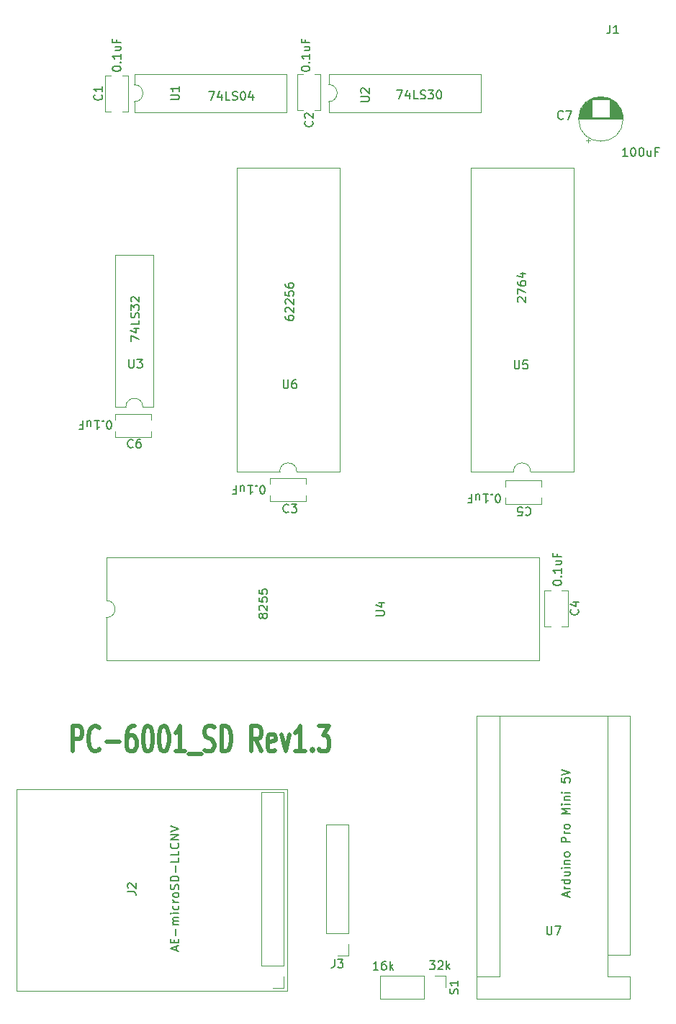
<source format=gto>
G04 #@! TF.GenerationSoftware,KiCad,Pcbnew,(5.1.9)-1*
G04 #@! TF.CreationDate,2022-10-29T21:13:42+09:00*
G04 #@! TF.ProjectId,PC-6001_SD,50432d36-3030-4315-9f53-442e6b696361,rev?*
G04 #@! TF.SameCoordinates,PX53920b0PYad82f20*
G04 #@! TF.FileFunction,Legend,Top*
G04 #@! TF.FilePolarity,Positive*
%FSLAX46Y46*%
G04 Gerber Fmt 4.6, Leading zero omitted, Abs format (unit mm)*
G04 Created by KiCad (PCBNEW (5.1.9)-1) date 2022-10-29 21:13:42*
%MOMM*%
%LPD*%
G01*
G04 APERTURE LIST*
%ADD10C,0.150000*%
%ADD11C,0.500000*%
%ADD12C,0.120000*%
G04 APERTURE END LIST*
D10*
X29328857Y59904381D02*
X29233619Y59904381D01*
X29138380Y59952000D01*
X29090761Y59999620D01*
X29043142Y60094858D01*
X28995523Y60285334D01*
X28995523Y60523429D01*
X29043142Y60713905D01*
X29090761Y60809143D01*
X29138380Y60856762D01*
X29233619Y60904381D01*
X29328857Y60904381D01*
X29424095Y60856762D01*
X29471714Y60809143D01*
X29519333Y60713905D01*
X29566952Y60523429D01*
X29566952Y60285334D01*
X29519333Y60094858D01*
X29471714Y59999620D01*
X29424095Y59952000D01*
X29328857Y59904381D01*
X28566952Y60809143D02*
X28519333Y60856762D01*
X28566952Y60904381D01*
X28614571Y60856762D01*
X28566952Y60809143D01*
X28566952Y60904381D01*
X27566952Y60904381D02*
X28138380Y60904381D01*
X27852666Y60904381D02*
X27852666Y59904381D01*
X27947904Y60047239D01*
X28043142Y60142477D01*
X28138380Y60190096D01*
X26709809Y60237715D02*
X26709809Y60904381D01*
X27138380Y60237715D02*
X27138380Y60761524D01*
X27090761Y60856762D01*
X26995523Y60904381D01*
X26852666Y60904381D01*
X26757428Y60856762D01*
X26709809Y60809143D01*
X25900285Y60380572D02*
X26233619Y60380572D01*
X26233619Y60904381D02*
X26233619Y59904381D01*
X25757428Y59904381D01*
X31964380Y80816715D02*
X31964380Y80626239D01*
X32012000Y80531000D01*
X32059619Y80483381D01*
X32202476Y80388143D01*
X32392952Y80340524D01*
X32773904Y80340524D01*
X32869142Y80388143D01*
X32916761Y80435762D01*
X32964380Y80531000D01*
X32964380Y80721477D01*
X32916761Y80816715D01*
X32869142Y80864334D01*
X32773904Y80911953D01*
X32535809Y80911953D01*
X32440571Y80864334D01*
X32392952Y80816715D01*
X32345333Y80721477D01*
X32345333Y80531000D01*
X32392952Y80435762D01*
X32440571Y80388143D01*
X32535809Y80340524D01*
X32059619Y81292905D02*
X32012000Y81340524D01*
X31964380Y81435762D01*
X31964380Y81673858D01*
X32012000Y81769096D01*
X32059619Y81816715D01*
X32154857Y81864334D01*
X32250095Y81864334D01*
X32392952Y81816715D01*
X32964380Y81245286D01*
X32964380Y81864334D01*
X32059619Y82245286D02*
X32012000Y82292905D01*
X31964380Y82388143D01*
X31964380Y82626239D01*
X32012000Y82721477D01*
X32059619Y82769096D01*
X32154857Y82816715D01*
X32250095Y82816715D01*
X32392952Y82769096D01*
X32964380Y82197667D01*
X32964380Y82816715D01*
X31964380Y83721477D02*
X31964380Y83245286D01*
X32440571Y83197667D01*
X32392952Y83245286D01*
X32345333Y83340524D01*
X32345333Y83578620D01*
X32392952Y83673858D01*
X32440571Y83721477D01*
X32535809Y83769096D01*
X32773904Y83769096D01*
X32869142Y83721477D01*
X32916761Y83673858D01*
X32964380Y83578620D01*
X32964380Y83340524D01*
X32916761Y83245286D01*
X32869142Y83197667D01*
X31964380Y84626239D02*
X31964380Y84435762D01*
X32012000Y84340524D01*
X32059619Y84292905D01*
X32202476Y84197667D01*
X32392952Y84150048D01*
X32773904Y84150048D01*
X32869142Y84197667D01*
X32916761Y84245286D01*
X32964380Y84340524D01*
X32964380Y84531000D01*
X32916761Y84626239D01*
X32869142Y84673858D01*
X32773904Y84721477D01*
X32535809Y84721477D01*
X32440571Y84673858D01*
X32392952Y84626239D01*
X32345333Y84531000D01*
X32345333Y84340524D01*
X32392952Y84245286D01*
X32440571Y84197667D01*
X32535809Y84150048D01*
X13803380Y77856143D02*
X13803380Y78522810D01*
X14803380Y78094239D01*
X14136714Y79332334D02*
X14803380Y79332334D01*
X13755761Y79094239D02*
X14470047Y78856143D01*
X14470047Y79475191D01*
X14803380Y80332334D02*
X14803380Y79856143D01*
X13803380Y79856143D01*
X14755761Y80618048D02*
X14803380Y80760905D01*
X14803380Y80999000D01*
X14755761Y81094239D01*
X14708142Y81141858D01*
X14612904Y81189477D01*
X14517666Y81189477D01*
X14422428Y81141858D01*
X14374809Y81094239D01*
X14327190Y80999000D01*
X14279571Y80808524D01*
X14231952Y80713286D01*
X14184333Y80665667D01*
X14089095Y80618048D01*
X13993857Y80618048D01*
X13898619Y80665667D01*
X13851000Y80713286D01*
X13803380Y80808524D01*
X13803380Y81046620D01*
X13851000Y81189477D01*
X13803380Y81522810D02*
X13803380Y82141858D01*
X14184333Y81808524D01*
X14184333Y81951381D01*
X14231952Y82046620D01*
X14279571Y82094239D01*
X14374809Y82141858D01*
X14612904Y82141858D01*
X14708142Y82094239D01*
X14755761Y82046620D01*
X14803380Y81951381D01*
X14803380Y81665667D01*
X14755761Y81570429D01*
X14708142Y81522810D01*
X13898619Y82522810D02*
X13851000Y82570429D01*
X13803380Y82665667D01*
X13803380Y82903762D01*
X13851000Y82999000D01*
X13898619Y83046620D01*
X13993857Y83094239D01*
X14089095Y83094239D01*
X14231952Y83046620D01*
X14803380Y82475191D01*
X14803380Y83094239D01*
X11294857Y67524381D02*
X11199619Y67524381D01*
X11104380Y67572000D01*
X11056761Y67619620D01*
X11009142Y67714858D01*
X10961523Y67905334D01*
X10961523Y68143429D01*
X11009142Y68333905D01*
X11056761Y68429143D01*
X11104380Y68476762D01*
X11199619Y68524381D01*
X11294857Y68524381D01*
X11390095Y68476762D01*
X11437714Y68429143D01*
X11485333Y68333905D01*
X11532952Y68143429D01*
X11532952Y67905334D01*
X11485333Y67714858D01*
X11437714Y67619620D01*
X11390095Y67572000D01*
X11294857Y67524381D01*
X10532952Y68429143D02*
X10485333Y68476762D01*
X10532952Y68524381D01*
X10580571Y68476762D01*
X10532952Y68429143D01*
X10532952Y68524381D01*
X9532952Y68524381D02*
X10104380Y68524381D01*
X9818666Y68524381D02*
X9818666Y67524381D01*
X9913904Y67667239D01*
X10009142Y67762477D01*
X10104380Y67810096D01*
X8675809Y67857715D02*
X8675809Y68524381D01*
X9104380Y67857715D02*
X9104380Y68381524D01*
X9056761Y68476762D01*
X8961523Y68524381D01*
X8818666Y68524381D01*
X8723428Y68476762D01*
X8675809Y68429143D01*
X7866285Y68000572D02*
X8199619Y68000572D01*
X8199619Y68524381D02*
X8199619Y67524381D01*
X7723428Y67524381D01*
X11294857Y67524381D02*
X11199619Y67524381D01*
X11104380Y67572000D01*
X11056761Y67619620D01*
X11009142Y67714858D01*
X10961523Y67905334D01*
X10961523Y68143429D01*
X11009142Y68333905D01*
X11056761Y68429143D01*
X11104380Y68476762D01*
X11199619Y68524381D01*
X11294857Y68524381D01*
X11390095Y68476762D01*
X11437714Y68429143D01*
X11485333Y68333905D01*
X11532952Y68143429D01*
X11532952Y67905334D01*
X11485333Y67714858D01*
X11437714Y67619620D01*
X11390095Y67572000D01*
X11294857Y67524381D01*
X10532952Y68429143D02*
X10485333Y68476762D01*
X10532952Y68524381D01*
X10580571Y68476762D01*
X10532952Y68429143D01*
X10532952Y68524381D01*
X9532952Y68524381D02*
X10104380Y68524381D01*
X9818666Y68524381D02*
X9818666Y67524381D01*
X9913904Y67667239D01*
X10009142Y67762477D01*
X10104380Y67810096D01*
X8675809Y67857715D02*
X8675809Y68524381D01*
X9104380Y67857715D02*
X9104380Y68381524D01*
X9056761Y68476762D01*
X8961523Y68524381D01*
X8818666Y68524381D01*
X8723428Y68476762D01*
X8675809Y68429143D01*
X7866285Y68000572D02*
X8199619Y68000572D01*
X8199619Y68524381D02*
X8199619Y67524381D01*
X7723428Y67524381D01*
X42909761Y3947620D02*
X42338333Y3947620D01*
X42624047Y3947620D02*
X42624047Y4947620D01*
X42528809Y4804762D01*
X42433571Y4709524D01*
X42338333Y4661905D01*
X43766904Y4947620D02*
X43576428Y4947620D01*
X43481190Y4900000D01*
X43433571Y4852381D01*
X43338333Y4709524D01*
X43290714Y4519048D01*
X43290714Y4138096D01*
X43338333Y4042858D01*
X43385952Y3995239D01*
X43481190Y3947620D01*
X43671666Y3947620D01*
X43766904Y3995239D01*
X43814523Y4042858D01*
X43862142Y4138096D01*
X43862142Y4376191D01*
X43814523Y4471429D01*
X43766904Y4519048D01*
X43671666Y4566667D01*
X43481190Y4566667D01*
X43385952Y4519048D01*
X43338333Y4471429D01*
X43290714Y4376191D01*
X44290714Y3947620D02*
X44290714Y4947620D01*
X44385952Y4328572D02*
X44671666Y3947620D01*
X44671666Y4614286D02*
X44290714Y4233334D01*
X48950714Y4992620D02*
X49569761Y4992620D01*
X49236428Y4611667D01*
X49379285Y4611667D01*
X49474523Y4564048D01*
X49522142Y4516429D01*
X49569761Y4421191D01*
X49569761Y4183096D01*
X49522142Y4087858D01*
X49474523Y4040239D01*
X49379285Y3992620D01*
X49093571Y3992620D01*
X48998333Y4040239D01*
X48950714Y4087858D01*
X49950714Y4897381D02*
X49998333Y4945000D01*
X50093571Y4992620D01*
X50331666Y4992620D01*
X50426904Y4945000D01*
X50474523Y4897381D01*
X50522142Y4802143D01*
X50522142Y4706905D01*
X50474523Y4564048D01*
X49903095Y3992620D01*
X50522142Y3992620D01*
X50950714Y3992620D02*
X50950714Y4992620D01*
X51045952Y4373572D02*
X51331666Y3992620D01*
X51331666Y4659286D02*
X50950714Y4278334D01*
X22992142Y107227620D02*
X23658809Y107227620D01*
X23230238Y106227620D01*
X24468333Y106894286D02*
X24468333Y106227620D01*
X24230238Y107275239D02*
X23992142Y106560953D01*
X24611190Y106560953D01*
X25468333Y106227620D02*
X24992142Y106227620D01*
X24992142Y107227620D01*
X25754047Y106275239D02*
X25896904Y106227620D01*
X26135000Y106227620D01*
X26230238Y106275239D01*
X26277857Y106322858D01*
X26325476Y106418096D01*
X26325476Y106513334D01*
X26277857Y106608572D01*
X26230238Y106656191D01*
X26135000Y106703810D01*
X25944523Y106751429D01*
X25849285Y106799048D01*
X25801666Y106846667D01*
X25754047Y106941905D01*
X25754047Y107037143D01*
X25801666Y107132381D01*
X25849285Y107180000D01*
X25944523Y107227620D01*
X26182619Y107227620D01*
X26325476Y107180000D01*
X26944523Y107227620D02*
X27039761Y107227620D01*
X27135000Y107180000D01*
X27182619Y107132381D01*
X27230238Y107037143D01*
X27277857Y106846667D01*
X27277857Y106608572D01*
X27230238Y106418096D01*
X27182619Y106322858D01*
X27135000Y106275239D01*
X27039761Y106227620D01*
X26944523Y106227620D01*
X26849285Y106275239D01*
X26801666Y106322858D01*
X26754047Y106418096D01*
X26706428Y106608572D01*
X26706428Y106846667D01*
X26754047Y107037143D01*
X26801666Y107132381D01*
X26849285Y107180000D01*
X26944523Y107227620D01*
X28135000Y106894286D02*
X28135000Y106227620D01*
X27896904Y107275239D02*
X27658809Y106560953D01*
X28277857Y106560953D01*
X45109142Y107354620D02*
X45775809Y107354620D01*
X45347238Y106354620D01*
X46585333Y107021286D02*
X46585333Y106354620D01*
X46347238Y107402239D02*
X46109142Y106687953D01*
X46728190Y106687953D01*
X47585333Y106354620D02*
X47109142Y106354620D01*
X47109142Y107354620D01*
X47871047Y106402239D02*
X48013904Y106354620D01*
X48252000Y106354620D01*
X48347238Y106402239D01*
X48394857Y106449858D01*
X48442476Y106545096D01*
X48442476Y106640334D01*
X48394857Y106735572D01*
X48347238Y106783191D01*
X48252000Y106830810D01*
X48061523Y106878429D01*
X47966285Y106926048D01*
X47918666Y106973667D01*
X47871047Y107068905D01*
X47871047Y107164143D01*
X47918666Y107259381D01*
X47966285Y107307000D01*
X48061523Y107354620D01*
X48299619Y107354620D01*
X48442476Y107307000D01*
X48775809Y107354620D02*
X49394857Y107354620D01*
X49061523Y106973667D01*
X49204380Y106973667D01*
X49299619Y106926048D01*
X49347238Y106878429D01*
X49394857Y106783191D01*
X49394857Y106545096D01*
X49347238Y106449858D01*
X49299619Y106402239D01*
X49204380Y106354620D01*
X48918666Y106354620D01*
X48823428Y106402239D01*
X48775809Y106449858D01*
X50013904Y107354620D02*
X50109142Y107354620D01*
X50204380Y107307000D01*
X50252000Y107259381D01*
X50299619Y107164143D01*
X50347238Y106973667D01*
X50347238Y106735572D01*
X50299619Y106545096D01*
X50252000Y106449858D01*
X50204380Y106402239D01*
X50109142Y106354620D01*
X50013904Y106354620D01*
X49918666Y106402239D01*
X49871047Y106449858D01*
X49823428Y106545096D01*
X49775809Y106735572D01*
X49775809Y106973667D01*
X49823428Y107164143D01*
X49871047Y107259381D01*
X49918666Y107307000D01*
X50013904Y107354620D01*
X57014857Y58888381D02*
X56919619Y58888381D01*
X56824380Y58936000D01*
X56776761Y58983620D01*
X56729142Y59078858D01*
X56681523Y59269334D01*
X56681523Y59507429D01*
X56729142Y59697905D01*
X56776761Y59793143D01*
X56824380Y59840762D01*
X56919619Y59888381D01*
X57014857Y59888381D01*
X57110095Y59840762D01*
X57157714Y59793143D01*
X57205333Y59697905D01*
X57252952Y59507429D01*
X57252952Y59269334D01*
X57205333Y59078858D01*
X57157714Y58983620D01*
X57110095Y58936000D01*
X57014857Y58888381D01*
X56252952Y59793143D02*
X56205333Y59840762D01*
X56252952Y59888381D01*
X56300571Y59840762D01*
X56252952Y59793143D01*
X56252952Y59888381D01*
X55252952Y59888381D02*
X55824380Y59888381D01*
X55538666Y59888381D02*
X55538666Y58888381D01*
X55633904Y59031239D01*
X55729142Y59126477D01*
X55824380Y59174096D01*
X54395809Y59221715D02*
X54395809Y59888381D01*
X54824380Y59221715D02*
X54824380Y59745524D01*
X54776761Y59840762D01*
X54681523Y59888381D01*
X54538666Y59888381D01*
X54443428Y59840762D01*
X54395809Y59793143D01*
X53586285Y59364572D02*
X53919619Y59364572D01*
X53919619Y59888381D02*
X53919619Y58888381D01*
X53443428Y58888381D01*
X11644380Y109863143D02*
X11644380Y109958381D01*
X11692000Y110053620D01*
X11739619Y110101239D01*
X11834857Y110148858D01*
X12025333Y110196477D01*
X12263428Y110196477D01*
X12453904Y110148858D01*
X12549142Y110101239D01*
X12596761Y110053620D01*
X12644380Y109958381D01*
X12644380Y109863143D01*
X12596761Y109767905D01*
X12549142Y109720286D01*
X12453904Y109672667D01*
X12263428Y109625048D01*
X12025333Y109625048D01*
X11834857Y109672667D01*
X11739619Y109720286D01*
X11692000Y109767905D01*
X11644380Y109863143D01*
X12549142Y110625048D02*
X12596761Y110672667D01*
X12644380Y110625048D01*
X12596761Y110577429D01*
X12549142Y110625048D01*
X12644380Y110625048D01*
X12644380Y111625048D02*
X12644380Y111053620D01*
X12644380Y111339334D02*
X11644380Y111339334D01*
X11787238Y111244096D01*
X11882476Y111148858D01*
X11930095Y111053620D01*
X11977714Y112482191D02*
X12644380Y112482191D01*
X11977714Y112053620D02*
X12501523Y112053620D01*
X12596761Y112101239D01*
X12644380Y112196477D01*
X12644380Y112339334D01*
X12596761Y112434572D01*
X12549142Y112482191D01*
X12120571Y113291715D02*
X12120571Y112958381D01*
X12644380Y112958381D02*
X11644380Y112958381D01*
X11644380Y113434572D01*
X29300952Y45476191D02*
X29253333Y45380953D01*
X29205714Y45333334D01*
X29110476Y45285715D01*
X29062857Y45285715D01*
X28967619Y45333334D01*
X28920000Y45380953D01*
X28872380Y45476191D01*
X28872380Y45666667D01*
X28920000Y45761905D01*
X28967619Y45809524D01*
X29062857Y45857143D01*
X29110476Y45857143D01*
X29205714Y45809524D01*
X29253333Y45761905D01*
X29300952Y45666667D01*
X29300952Y45476191D01*
X29348571Y45380953D01*
X29396190Y45333334D01*
X29491428Y45285715D01*
X29681904Y45285715D01*
X29777142Y45333334D01*
X29824761Y45380953D01*
X29872380Y45476191D01*
X29872380Y45666667D01*
X29824761Y45761905D01*
X29777142Y45809524D01*
X29681904Y45857143D01*
X29491428Y45857143D01*
X29396190Y45809524D01*
X29348571Y45761905D01*
X29300952Y45666667D01*
X28967619Y46238096D02*
X28920000Y46285715D01*
X28872380Y46380953D01*
X28872380Y46619048D01*
X28920000Y46714286D01*
X28967619Y46761905D01*
X29062857Y46809524D01*
X29158095Y46809524D01*
X29300952Y46761905D01*
X29872380Y46190477D01*
X29872380Y46809524D01*
X28872380Y47714286D02*
X28872380Y47238096D01*
X29348571Y47190477D01*
X29300952Y47238096D01*
X29253333Y47333334D01*
X29253333Y47571429D01*
X29300952Y47666667D01*
X29348571Y47714286D01*
X29443809Y47761905D01*
X29681904Y47761905D01*
X29777142Y47714286D01*
X29824761Y47666667D01*
X29872380Y47571429D01*
X29872380Y47333334D01*
X29824761Y47238096D01*
X29777142Y47190477D01*
X28872380Y48666667D02*
X28872380Y48190477D01*
X29348571Y48142858D01*
X29300952Y48190477D01*
X29253333Y48285715D01*
X29253333Y48523810D01*
X29300952Y48619048D01*
X29348571Y48666667D01*
X29443809Y48714286D01*
X29681904Y48714286D01*
X29777142Y48666667D01*
X29824761Y48619048D01*
X29872380Y48523810D01*
X29872380Y48285715D01*
X29824761Y48190477D01*
X29777142Y48142858D01*
X63460380Y49411143D02*
X63460380Y49506381D01*
X63508000Y49601620D01*
X63555619Y49649239D01*
X63650857Y49696858D01*
X63841333Y49744477D01*
X64079428Y49744477D01*
X64269904Y49696858D01*
X64365142Y49649239D01*
X64412761Y49601620D01*
X64460380Y49506381D01*
X64460380Y49411143D01*
X64412761Y49315905D01*
X64365142Y49268286D01*
X64269904Y49220667D01*
X64079428Y49173048D01*
X63841333Y49173048D01*
X63650857Y49220667D01*
X63555619Y49268286D01*
X63508000Y49315905D01*
X63460380Y49411143D01*
X64365142Y50173048D02*
X64412761Y50220667D01*
X64460380Y50173048D01*
X64412761Y50125429D01*
X64365142Y50173048D01*
X64460380Y50173048D01*
X64460380Y51173048D02*
X64460380Y50601620D01*
X64460380Y50887334D02*
X63460380Y50887334D01*
X63603238Y50792096D01*
X63698476Y50696858D01*
X63746095Y50601620D01*
X63793714Y52030191D02*
X64460380Y52030191D01*
X63793714Y51601620D02*
X64317523Y51601620D01*
X64412761Y51649239D01*
X64460380Y51744477D01*
X64460380Y51887334D01*
X64412761Y51982572D01*
X64365142Y52030191D01*
X63936571Y52839715D02*
X63936571Y52506381D01*
X64460380Y52506381D02*
X63460380Y52506381D01*
X63460380Y52982572D01*
X65166666Y12595239D02*
X65166666Y13071429D01*
X65452380Y12500000D02*
X64452380Y12833334D01*
X65452380Y13166667D01*
X65452380Y13500000D02*
X64785714Y13500000D01*
X64976190Y13500000D02*
X64880952Y13547620D01*
X64833333Y13595239D01*
X64785714Y13690477D01*
X64785714Y13785715D01*
X65452380Y14547620D02*
X64452380Y14547620D01*
X65404761Y14547620D02*
X65452380Y14452381D01*
X65452380Y14261905D01*
X65404761Y14166667D01*
X65357142Y14119048D01*
X65261904Y14071429D01*
X64976190Y14071429D01*
X64880952Y14119048D01*
X64833333Y14166667D01*
X64785714Y14261905D01*
X64785714Y14452381D01*
X64833333Y14547620D01*
X64785714Y15452381D02*
X65452380Y15452381D01*
X64785714Y15023810D02*
X65309523Y15023810D01*
X65404761Y15071429D01*
X65452380Y15166667D01*
X65452380Y15309524D01*
X65404761Y15404762D01*
X65357142Y15452381D01*
X65452380Y15928572D02*
X64785714Y15928572D01*
X64452380Y15928572D02*
X64500000Y15880953D01*
X64547619Y15928572D01*
X64500000Y15976191D01*
X64452380Y15928572D01*
X64547619Y15928572D01*
X64785714Y16404762D02*
X65452380Y16404762D01*
X64880952Y16404762D02*
X64833333Y16452381D01*
X64785714Y16547620D01*
X64785714Y16690477D01*
X64833333Y16785715D01*
X64928571Y16833334D01*
X65452380Y16833334D01*
X65452380Y17452381D02*
X65404761Y17357143D01*
X65357142Y17309524D01*
X65261904Y17261905D01*
X64976190Y17261905D01*
X64880952Y17309524D01*
X64833333Y17357143D01*
X64785714Y17452381D01*
X64785714Y17595239D01*
X64833333Y17690477D01*
X64880952Y17738096D01*
X64976190Y17785715D01*
X65261904Y17785715D01*
X65357142Y17738096D01*
X65404761Y17690477D01*
X65452380Y17595239D01*
X65452380Y17452381D01*
X65452380Y18976191D02*
X64452380Y18976191D01*
X64452380Y19357143D01*
X64500000Y19452381D01*
X64547619Y19500000D01*
X64642857Y19547620D01*
X64785714Y19547620D01*
X64880952Y19500000D01*
X64928571Y19452381D01*
X64976190Y19357143D01*
X64976190Y18976191D01*
X65452380Y19976191D02*
X64785714Y19976191D01*
X64976190Y19976191D02*
X64880952Y20023810D01*
X64833333Y20071429D01*
X64785714Y20166667D01*
X64785714Y20261905D01*
X65452380Y20738096D02*
X65404761Y20642858D01*
X65357142Y20595239D01*
X65261904Y20547620D01*
X64976190Y20547620D01*
X64880952Y20595239D01*
X64833333Y20642858D01*
X64785714Y20738096D01*
X64785714Y20880953D01*
X64833333Y20976191D01*
X64880952Y21023810D01*
X64976190Y21071429D01*
X65261904Y21071429D01*
X65357142Y21023810D01*
X65404761Y20976191D01*
X65452380Y20880953D01*
X65452380Y20738096D01*
X65452380Y22261905D02*
X64452380Y22261905D01*
X65166666Y22595239D01*
X64452380Y22928572D01*
X65452380Y22928572D01*
X65452380Y23404762D02*
X64785714Y23404762D01*
X64452380Y23404762D02*
X64500000Y23357143D01*
X64547619Y23404762D01*
X64500000Y23452381D01*
X64452380Y23404762D01*
X64547619Y23404762D01*
X64785714Y23880953D02*
X65452380Y23880953D01*
X64880952Y23880953D02*
X64833333Y23928572D01*
X64785714Y24023810D01*
X64785714Y24166667D01*
X64833333Y24261905D01*
X64928571Y24309524D01*
X65452380Y24309524D01*
X65452380Y24785715D02*
X64785714Y24785715D01*
X64452380Y24785715D02*
X64500000Y24738096D01*
X64547619Y24785715D01*
X64500000Y24833334D01*
X64452380Y24785715D01*
X64547619Y24785715D01*
X64452380Y26500000D02*
X64452380Y26023810D01*
X64928571Y25976191D01*
X64880952Y26023810D01*
X64833333Y26119048D01*
X64833333Y26357143D01*
X64880952Y26452381D01*
X64928571Y26500000D01*
X65023809Y26547620D01*
X65261904Y26547620D01*
X65357142Y26500000D01*
X65404761Y26452381D01*
X65452380Y26357143D01*
X65452380Y26119048D01*
X65404761Y26023810D01*
X65357142Y25976191D01*
X64452380Y26833334D02*
X65452380Y27166667D01*
X64452380Y27500000D01*
X33869380Y109863143D02*
X33869380Y109958381D01*
X33917000Y110053620D01*
X33964619Y110101239D01*
X34059857Y110148858D01*
X34250333Y110196477D01*
X34488428Y110196477D01*
X34678904Y110148858D01*
X34774142Y110101239D01*
X34821761Y110053620D01*
X34869380Y109958381D01*
X34869380Y109863143D01*
X34821761Y109767905D01*
X34774142Y109720286D01*
X34678904Y109672667D01*
X34488428Y109625048D01*
X34250333Y109625048D01*
X34059857Y109672667D01*
X33964619Y109720286D01*
X33917000Y109767905D01*
X33869380Y109863143D01*
X34774142Y110625048D02*
X34821761Y110672667D01*
X34869380Y110625048D01*
X34821761Y110577429D01*
X34774142Y110625048D01*
X34869380Y110625048D01*
X34869380Y111625048D02*
X34869380Y111053620D01*
X34869380Y111339334D02*
X33869380Y111339334D01*
X34012238Y111244096D01*
X34107476Y111148858D01*
X34155095Y111053620D01*
X34202714Y112482191D02*
X34869380Y112482191D01*
X34202714Y112053620D02*
X34726523Y112053620D01*
X34821761Y112101239D01*
X34869380Y112196477D01*
X34869380Y112339334D01*
X34821761Y112434572D01*
X34774142Y112482191D01*
X34345571Y113291715D02*
X34345571Y112958381D01*
X34869380Y112958381D02*
X33869380Y112958381D01*
X33869380Y113434572D01*
X59364619Y82486715D02*
X59317000Y82534334D01*
X59269380Y82629572D01*
X59269380Y82867667D01*
X59317000Y82962905D01*
X59364619Y83010524D01*
X59459857Y83058143D01*
X59555095Y83058143D01*
X59697952Y83010524D01*
X60269380Y82439096D01*
X60269380Y83058143D01*
X59269380Y83391477D02*
X59269380Y84058143D01*
X60269380Y83629572D01*
X59269380Y84867667D02*
X59269380Y84677191D01*
X59317000Y84581953D01*
X59364619Y84534334D01*
X59507476Y84439096D01*
X59697952Y84391477D01*
X60078904Y84391477D01*
X60174142Y84439096D01*
X60221761Y84486715D01*
X60269380Y84581953D01*
X60269380Y84772429D01*
X60221761Y84867667D01*
X60174142Y84915286D01*
X60078904Y84962905D01*
X59840809Y84962905D01*
X59745571Y84915286D01*
X59697952Y84867667D01*
X59650333Y84772429D01*
X59650333Y84581953D01*
X59697952Y84486715D01*
X59745571Y84439096D01*
X59840809Y84391477D01*
X59602714Y85820048D02*
X60269380Y85820048D01*
X59221761Y85581953D02*
X59936047Y85343858D01*
X59936047Y85962905D01*
X72239380Y99623620D02*
X71667952Y99623620D01*
X71953666Y99623620D02*
X71953666Y100623620D01*
X71858428Y100480762D01*
X71763190Y100385524D01*
X71667952Y100337905D01*
X72858428Y100623620D02*
X72953666Y100623620D01*
X73048904Y100576000D01*
X73096523Y100528381D01*
X73144142Y100433143D01*
X73191761Y100242667D01*
X73191761Y100004572D01*
X73144142Y99814096D01*
X73096523Y99718858D01*
X73048904Y99671239D01*
X72953666Y99623620D01*
X72858428Y99623620D01*
X72763190Y99671239D01*
X72715571Y99718858D01*
X72667952Y99814096D01*
X72620333Y100004572D01*
X72620333Y100242667D01*
X72667952Y100433143D01*
X72715571Y100528381D01*
X72763190Y100576000D01*
X72858428Y100623620D01*
X73810809Y100623620D02*
X73906047Y100623620D01*
X74001285Y100576000D01*
X74048904Y100528381D01*
X74096523Y100433143D01*
X74144142Y100242667D01*
X74144142Y100004572D01*
X74096523Y99814096D01*
X74048904Y99718858D01*
X74001285Y99671239D01*
X73906047Y99623620D01*
X73810809Y99623620D01*
X73715571Y99671239D01*
X73667952Y99718858D01*
X73620333Y99814096D01*
X73572714Y100004572D01*
X73572714Y100242667D01*
X73620333Y100433143D01*
X73667952Y100528381D01*
X73715571Y100576000D01*
X73810809Y100623620D01*
X75001285Y100290286D02*
X75001285Y99623620D01*
X74572714Y100290286D02*
X74572714Y99766477D01*
X74620333Y99671239D01*
X74715571Y99623620D01*
X74858428Y99623620D01*
X74953666Y99671239D01*
X75001285Y99718858D01*
X75810809Y100147429D02*
X75477476Y100147429D01*
X75477476Y99623620D02*
X75477476Y100623620D01*
X75953666Y100623620D01*
D11*
X6952380Y29642858D02*
X6952380Y32642858D01*
X7714285Y32642858D01*
X7904761Y32500000D01*
X8000000Y32357143D01*
X8095238Y32071429D01*
X8095238Y31642858D01*
X8000000Y31357143D01*
X7904761Y31214286D01*
X7714285Y31071429D01*
X6952380Y31071429D01*
X10095238Y29928572D02*
X10000000Y29785715D01*
X9714285Y29642858D01*
X9523809Y29642858D01*
X9238095Y29785715D01*
X9047619Y30071429D01*
X8952380Y30357143D01*
X8857142Y30928572D01*
X8857142Y31357143D01*
X8952380Y31928572D01*
X9047619Y32214286D01*
X9238095Y32500000D01*
X9523809Y32642858D01*
X9714285Y32642858D01*
X10000000Y32500000D01*
X10095238Y32357143D01*
X10952380Y30785715D02*
X12476190Y30785715D01*
X14285714Y32642858D02*
X13904761Y32642858D01*
X13714285Y32500000D01*
X13619047Y32357143D01*
X13428571Y31928572D01*
X13333333Y31357143D01*
X13333333Y30214286D01*
X13428571Y29928572D01*
X13523809Y29785715D01*
X13714285Y29642858D01*
X14095238Y29642858D01*
X14285714Y29785715D01*
X14380952Y29928572D01*
X14476190Y30214286D01*
X14476190Y30928572D01*
X14380952Y31214286D01*
X14285714Y31357143D01*
X14095238Y31500000D01*
X13714285Y31500000D01*
X13523809Y31357143D01*
X13428571Y31214286D01*
X13333333Y30928572D01*
X15714285Y32642858D02*
X15904761Y32642858D01*
X16095238Y32500000D01*
X16190476Y32357143D01*
X16285714Y32071429D01*
X16380952Y31500000D01*
X16380952Y30785715D01*
X16285714Y30214286D01*
X16190476Y29928572D01*
X16095238Y29785715D01*
X15904761Y29642858D01*
X15714285Y29642858D01*
X15523809Y29785715D01*
X15428571Y29928572D01*
X15333333Y30214286D01*
X15238095Y30785715D01*
X15238095Y31500000D01*
X15333333Y32071429D01*
X15428571Y32357143D01*
X15523809Y32500000D01*
X15714285Y32642858D01*
X17619047Y32642858D02*
X17809523Y32642858D01*
X18000000Y32500000D01*
X18095238Y32357143D01*
X18190476Y32071429D01*
X18285714Y31500000D01*
X18285714Y30785715D01*
X18190476Y30214286D01*
X18095238Y29928572D01*
X18000000Y29785715D01*
X17809523Y29642858D01*
X17619047Y29642858D01*
X17428571Y29785715D01*
X17333333Y29928572D01*
X17238095Y30214286D01*
X17142857Y30785715D01*
X17142857Y31500000D01*
X17238095Y32071429D01*
X17333333Y32357143D01*
X17428571Y32500000D01*
X17619047Y32642858D01*
X20190476Y29642858D02*
X19047619Y29642858D01*
X19619047Y29642858D02*
X19619047Y32642858D01*
X19428571Y32214286D01*
X19238095Y31928572D01*
X19047619Y31785715D01*
X20571428Y29357143D02*
X22095238Y29357143D01*
X22476190Y29785715D02*
X22761904Y29642858D01*
X23238095Y29642858D01*
X23428571Y29785715D01*
X23523809Y29928572D01*
X23619047Y30214286D01*
X23619047Y30500000D01*
X23523809Y30785715D01*
X23428571Y30928572D01*
X23238095Y31071429D01*
X22857142Y31214286D01*
X22666666Y31357143D01*
X22571428Y31500000D01*
X22476190Y31785715D01*
X22476190Y32071429D01*
X22571428Y32357143D01*
X22666666Y32500000D01*
X22857142Y32642858D01*
X23333333Y32642858D01*
X23619047Y32500000D01*
X24476190Y29642858D02*
X24476190Y32642858D01*
X24952380Y32642858D01*
X25238095Y32500000D01*
X25428571Y32214286D01*
X25523809Y31928572D01*
X25619047Y31357143D01*
X25619047Y30928572D01*
X25523809Y30357143D01*
X25428571Y30071429D01*
X25238095Y29785715D01*
X24952380Y29642858D01*
X24476190Y29642858D01*
X29142857Y29642858D02*
X28476190Y31071429D01*
X28000000Y29642858D02*
X28000000Y32642858D01*
X28761904Y32642858D01*
X28952380Y32500000D01*
X29047619Y32357143D01*
X29142857Y32071429D01*
X29142857Y31642858D01*
X29047619Y31357143D01*
X28952380Y31214286D01*
X28761904Y31071429D01*
X28000000Y31071429D01*
X30761904Y29785715D02*
X30571428Y29642858D01*
X30190476Y29642858D01*
X30000000Y29785715D01*
X29904761Y30071429D01*
X29904761Y31214286D01*
X30000000Y31500000D01*
X30190476Y31642858D01*
X30571428Y31642858D01*
X30761904Y31500000D01*
X30857142Y31214286D01*
X30857142Y30928572D01*
X29904761Y30642858D01*
X31523809Y31642858D02*
X32000000Y29642858D01*
X32476190Y31642858D01*
X34285714Y29642858D02*
X33142857Y29642858D01*
X33714285Y29642858D02*
X33714285Y32642858D01*
X33523809Y32214286D01*
X33333333Y31928572D01*
X33142857Y31785715D01*
X35142857Y29928572D02*
X35238095Y29785715D01*
X35142857Y29642858D01*
X35047619Y29785715D01*
X35142857Y29928572D01*
X35142857Y29642858D01*
X35904761Y32642858D02*
X37142857Y32642858D01*
X36476190Y31500000D01*
X36761904Y31500000D01*
X36952380Y31357143D01*
X37047619Y31214286D01*
X37142857Y30928572D01*
X37142857Y30214286D01*
X37047619Y29928572D01*
X36952380Y29785715D01*
X36761904Y29642858D01*
X36190476Y29642858D01*
X36000000Y29785715D01*
X35904761Y29928572D01*
D12*
X65200000Y48590000D02*
X65200000Y44350000D01*
X62460000Y48590000D02*
X62460000Y44350000D01*
X65200000Y48590000D02*
X64495000Y48590000D01*
X63165000Y48590000D02*
X62460000Y48590000D01*
X65200000Y44350000D02*
X64495000Y44350000D01*
X63165000Y44350000D02*
X62460000Y44350000D01*
X10945000Y45365000D02*
X10945000Y40305000D01*
X10945000Y40305000D02*
X61865000Y40305000D01*
X61865000Y40305000D02*
X61865000Y52425000D01*
X61865000Y52425000D02*
X10945000Y52425000D01*
X10945000Y52425000D02*
X10945000Y47365000D01*
X10945000Y47365000D02*
G75*
G02*
X10945000Y45365000I0J-1000000D01*
G01*
X62067000Y59451000D02*
X62067000Y58746000D01*
X62067000Y61486000D02*
X62067000Y60781000D01*
X57827000Y59451000D02*
X57827000Y58746000D01*
X57827000Y61486000D02*
X57827000Y60781000D01*
X57827000Y58746000D02*
X62067000Y58746000D01*
X57827000Y61486000D02*
X62067000Y61486000D01*
X67363000Y101438225D02*
X67863000Y101438225D01*
X67613000Y101188225D02*
X67613000Y101688225D01*
X68804000Y106594000D02*
X69372000Y106594000D01*
X68570000Y106554000D02*
X69606000Y106554000D01*
X68411000Y106514000D02*
X69765000Y106514000D01*
X68283000Y106474000D02*
X69893000Y106474000D01*
X68173000Y106434000D02*
X70003000Y106434000D01*
X68077000Y106394000D02*
X70099000Y106394000D01*
X67990000Y106354000D02*
X70186000Y106354000D01*
X67910000Y106314000D02*
X70266000Y106314000D01*
X70128000Y106274000D02*
X70339000Y106274000D01*
X67837000Y106274000D02*
X68048000Y106274000D01*
X70128000Y106234000D02*
X70407000Y106234000D01*
X67769000Y106234000D02*
X68048000Y106234000D01*
X70128000Y106194000D02*
X70471000Y106194000D01*
X67705000Y106194000D02*
X68048000Y106194000D01*
X70128000Y106154000D02*
X70531000Y106154000D01*
X67645000Y106154000D02*
X68048000Y106154000D01*
X70128000Y106114000D02*
X70588000Y106114000D01*
X67588000Y106114000D02*
X68048000Y106114000D01*
X70128000Y106074000D02*
X70642000Y106074000D01*
X67534000Y106074000D02*
X68048000Y106074000D01*
X70128000Y106034000D02*
X70693000Y106034000D01*
X67483000Y106034000D02*
X68048000Y106034000D01*
X70128000Y105994000D02*
X70741000Y105994000D01*
X67435000Y105994000D02*
X68048000Y105994000D01*
X70128000Y105954000D02*
X70787000Y105954000D01*
X67389000Y105954000D02*
X68048000Y105954000D01*
X70128000Y105914000D02*
X70831000Y105914000D01*
X67345000Y105914000D02*
X68048000Y105914000D01*
X70128000Y105874000D02*
X70873000Y105874000D01*
X67303000Y105874000D02*
X68048000Y105874000D01*
X70128000Y105834000D02*
X70914000Y105834000D01*
X67262000Y105834000D02*
X68048000Y105834000D01*
X70128000Y105794000D02*
X70952000Y105794000D01*
X67224000Y105794000D02*
X68048000Y105794000D01*
X70128000Y105754000D02*
X70989000Y105754000D01*
X67187000Y105754000D02*
X68048000Y105754000D01*
X70128000Y105714000D02*
X71025000Y105714000D01*
X67151000Y105714000D02*
X68048000Y105714000D01*
X70128000Y105674000D02*
X71059000Y105674000D01*
X67117000Y105674000D02*
X68048000Y105674000D01*
X70128000Y105634000D02*
X71092000Y105634000D01*
X67084000Y105634000D02*
X68048000Y105634000D01*
X70128000Y105594000D02*
X71123000Y105594000D01*
X67053000Y105594000D02*
X68048000Y105594000D01*
X70128000Y105554000D02*
X71153000Y105554000D01*
X67023000Y105554000D02*
X68048000Y105554000D01*
X70128000Y105514000D02*
X71183000Y105514000D01*
X66993000Y105514000D02*
X68048000Y105514000D01*
X70128000Y105474000D02*
X71210000Y105474000D01*
X66966000Y105474000D02*
X68048000Y105474000D01*
X70128000Y105434000D02*
X71237000Y105434000D01*
X66939000Y105434000D02*
X68048000Y105434000D01*
X70128000Y105394000D02*
X71263000Y105394000D01*
X66913000Y105394000D02*
X68048000Y105394000D01*
X70128000Y105354000D02*
X71288000Y105354000D01*
X66888000Y105354000D02*
X68048000Y105354000D01*
X70128000Y105314000D02*
X71312000Y105314000D01*
X66864000Y105314000D02*
X68048000Y105314000D01*
X70128000Y105274000D02*
X71335000Y105274000D01*
X66841000Y105274000D02*
X68048000Y105274000D01*
X70128000Y105234000D02*
X71356000Y105234000D01*
X66820000Y105234000D02*
X68048000Y105234000D01*
X70128000Y105194000D02*
X71378000Y105194000D01*
X66798000Y105194000D02*
X68048000Y105194000D01*
X70128000Y105154000D02*
X71398000Y105154000D01*
X66778000Y105154000D02*
X68048000Y105154000D01*
X70128000Y105114000D02*
X71417000Y105114000D01*
X66759000Y105114000D02*
X68048000Y105114000D01*
X70128000Y105074000D02*
X71436000Y105074000D01*
X66740000Y105074000D02*
X68048000Y105074000D01*
X70128000Y105034000D02*
X71453000Y105034000D01*
X66723000Y105034000D02*
X68048000Y105034000D01*
X70128000Y104994000D02*
X71470000Y104994000D01*
X66706000Y104994000D02*
X68048000Y104994000D01*
X70128000Y104954000D02*
X71486000Y104954000D01*
X66690000Y104954000D02*
X68048000Y104954000D01*
X70128000Y104914000D02*
X71502000Y104914000D01*
X66674000Y104914000D02*
X68048000Y104914000D01*
X70128000Y104874000D02*
X71516000Y104874000D01*
X66660000Y104874000D02*
X68048000Y104874000D01*
X70128000Y104834000D02*
X71530000Y104834000D01*
X66646000Y104834000D02*
X68048000Y104834000D01*
X70128000Y104794000D02*
X71543000Y104794000D01*
X66633000Y104794000D02*
X68048000Y104794000D01*
X70128000Y104754000D02*
X71556000Y104754000D01*
X66620000Y104754000D02*
X68048000Y104754000D01*
X70128000Y104714000D02*
X71568000Y104714000D01*
X66608000Y104714000D02*
X68048000Y104714000D01*
X70128000Y104673000D02*
X71579000Y104673000D01*
X66597000Y104673000D02*
X68048000Y104673000D01*
X70128000Y104633000D02*
X71589000Y104633000D01*
X66587000Y104633000D02*
X68048000Y104633000D01*
X70128000Y104593000D02*
X71599000Y104593000D01*
X66577000Y104593000D02*
X68048000Y104593000D01*
X70128000Y104553000D02*
X71608000Y104553000D01*
X66568000Y104553000D02*
X68048000Y104553000D01*
X70128000Y104513000D02*
X71616000Y104513000D01*
X66560000Y104513000D02*
X68048000Y104513000D01*
X70128000Y104473000D02*
X71624000Y104473000D01*
X66552000Y104473000D02*
X68048000Y104473000D01*
X70128000Y104433000D02*
X71631000Y104433000D01*
X66545000Y104433000D02*
X68048000Y104433000D01*
X70128000Y104393000D02*
X71638000Y104393000D01*
X66538000Y104393000D02*
X68048000Y104393000D01*
X70128000Y104353000D02*
X71644000Y104353000D01*
X66532000Y104353000D02*
X68048000Y104353000D01*
X70128000Y104313000D02*
X71649000Y104313000D01*
X66527000Y104313000D02*
X68048000Y104313000D01*
X70128000Y104273000D02*
X71653000Y104273000D01*
X66523000Y104273000D02*
X68048000Y104273000D01*
X70128000Y104233000D02*
X71657000Y104233000D01*
X66519000Y104233000D02*
X68048000Y104233000D01*
X66515000Y104193000D02*
X71661000Y104193000D01*
X66512000Y104153000D02*
X71664000Y104153000D01*
X66510000Y104113000D02*
X71666000Y104113000D01*
X66509000Y104073000D02*
X71667000Y104073000D01*
X66508000Y104033000D02*
X71668000Y104033000D01*
X66508000Y103993000D02*
X71668000Y103993000D01*
X71708000Y103993000D02*
G75*
G03*
X71708000Y103993000I-2620000J0D01*
G01*
X12796000Y109125000D02*
X13501000Y109125000D01*
X10761000Y109125000D02*
X11466000Y109125000D01*
X12796000Y104885000D02*
X13501000Y104885000D01*
X10761000Y104885000D02*
X11466000Y104885000D01*
X13501000Y104885000D02*
X13501000Y109125000D01*
X10761000Y104885000D02*
X10761000Y109125000D01*
X33367000Y105012000D02*
X33367000Y109252000D01*
X36107000Y105012000D02*
X36107000Y109252000D01*
X33367000Y105012000D02*
X34072000Y105012000D01*
X35402000Y105012000D02*
X36107000Y105012000D01*
X33367000Y109252000D02*
X34072000Y109252000D01*
X35402000Y109252000D02*
X36107000Y109252000D01*
X31810000Y24815000D02*
X29150000Y24815000D01*
X31810000Y4435000D02*
X31810000Y24815000D01*
X29150000Y4435000D02*
X29150000Y24815000D01*
X31810000Y4435000D02*
X29150000Y4435000D01*
X31810000Y3165000D02*
X31810000Y1835000D01*
X31810000Y1835000D02*
X30480000Y1835000D01*
X32180000Y25185000D02*
X380000Y25185000D01*
X380000Y25185000D02*
X380000Y1485000D01*
X380000Y1485000D02*
X32180000Y1485000D01*
X32180000Y1485000D02*
X32180000Y25185000D01*
X69850000Y5715000D02*
X69850000Y3175000D01*
X69850000Y3175000D02*
X72517000Y3175000D01*
X72517000Y5715000D02*
X72517000Y33782000D01*
X72517000Y508000D02*
X72517000Y3175000D01*
X57150000Y3175000D02*
X54480000Y3175000D01*
X57150000Y3175000D02*
X57150000Y33782000D01*
X72517000Y33782000D02*
X54480000Y33782000D01*
X69850000Y5715000D02*
X72517000Y5715000D01*
X69850000Y5715000D02*
X69850000Y33782000D01*
X54483000Y33782000D02*
X54483000Y508000D01*
X54483000Y508000D02*
X72517000Y508000D01*
X39430000Y21005000D02*
X36770000Y21005000D01*
X39430000Y8245000D02*
X39430000Y21005000D01*
X36770000Y8245000D02*
X36770000Y21005000D01*
X39430000Y8245000D02*
X36770000Y8245000D01*
X39430000Y6975000D02*
X39430000Y5645000D01*
X39430000Y5645000D02*
X38100000Y5645000D01*
X30182000Y61771000D02*
X34422000Y61771000D01*
X30182000Y59031000D02*
X34422000Y59031000D01*
X30182000Y61771000D02*
X30182000Y61066000D01*
X30182000Y59736000D02*
X30182000Y59031000D01*
X34422000Y61771000D02*
X34422000Y61066000D01*
X34422000Y59736000D02*
X34422000Y59031000D01*
X16239000Y66543000D02*
X11999000Y66543000D01*
X16239000Y69283000D02*
X11999000Y69283000D01*
X16239000Y66543000D02*
X16239000Y67248000D01*
X16239000Y68578000D02*
X16239000Y69283000D01*
X11999000Y66543000D02*
X11999000Y67248000D01*
X11999000Y68578000D02*
X11999000Y69283000D01*
X33322000Y62551000D02*
X38382000Y62551000D01*
X38382000Y62551000D02*
X38382000Y98231000D01*
X38382000Y98231000D02*
X26262000Y98231000D01*
X26262000Y98231000D02*
X26262000Y62551000D01*
X26262000Y62551000D02*
X31322000Y62551000D01*
X31322000Y62551000D02*
G75*
G02*
X33322000Y62551000I1000000J0D01*
G01*
X14230000Y106025000D02*
X14230000Y104775000D01*
X14230000Y104775000D02*
X32130000Y104775000D01*
X32130000Y104775000D02*
X32130000Y109275000D01*
X32130000Y109275000D02*
X14230000Y109275000D01*
X14230000Y109275000D02*
X14230000Y108025000D01*
X14230000Y108025000D02*
G75*
G02*
X14230000Y106025000I0J-1000000D01*
G01*
X37077000Y109287000D02*
X37077000Y108037000D01*
X54977000Y109287000D02*
X37077000Y109287000D01*
X54977000Y104787000D02*
X54977000Y109287000D01*
X37077000Y104787000D02*
X54977000Y104787000D01*
X37077000Y106037000D02*
X37077000Y104787000D01*
X37077000Y108037000D02*
G75*
G02*
X37077000Y106037000I0J-1000000D01*
G01*
X11976000Y70139000D02*
X13226000Y70139000D01*
X11976000Y88039000D02*
X11976000Y70139000D01*
X16476000Y88039000D02*
X11976000Y88039000D01*
X16476000Y70139000D02*
X16476000Y88039000D01*
X15226000Y70139000D02*
X16476000Y70139000D01*
X13226000Y70139000D02*
G75*
G02*
X15226000Y70139000I1000000J0D01*
G01*
X50860000Y3235000D02*
X50860000Y1905000D01*
X49530000Y3235000D02*
X50860000Y3235000D01*
X48260000Y3235000D02*
X48260000Y575000D01*
X48260000Y575000D02*
X43120000Y575000D01*
X48260000Y3235000D02*
X43120000Y3235000D01*
X43120000Y3235000D02*
X43120000Y575000D01*
X53757000Y62551000D02*
X58817000Y62551000D01*
X53757000Y98231000D02*
X53757000Y62551000D01*
X65877000Y98231000D02*
X53757000Y98231000D01*
X65877000Y62551000D02*
X65877000Y98231000D01*
X60817000Y62551000D02*
X65877000Y62551000D01*
X58817000Y62551000D02*
G75*
G02*
X60817000Y62551000I1000000J0D01*
G01*
D10*
X66397142Y46315334D02*
X66444761Y46267715D01*
X66492380Y46124858D01*
X66492380Y46029620D01*
X66444761Y45886762D01*
X66349523Y45791524D01*
X66254285Y45743905D01*
X66063809Y45696286D01*
X65920952Y45696286D01*
X65730476Y45743905D01*
X65635238Y45791524D01*
X65540000Y45886762D01*
X65492380Y46029620D01*
X65492380Y46124858D01*
X65540000Y46267715D01*
X65587619Y46315334D01*
X65825714Y47172477D02*
X66492380Y47172477D01*
X65444761Y46934381D02*
X66159047Y46696286D01*
X66159047Y47315334D01*
X42632380Y45593096D02*
X43441904Y45593096D01*
X43537142Y45640715D01*
X43584761Y45688334D01*
X43632380Y45783572D01*
X43632380Y45974048D01*
X43584761Y46069286D01*
X43537142Y46116905D01*
X43441904Y46164524D01*
X42632380Y46164524D01*
X42965714Y47069286D02*
X43632380Y47069286D01*
X42584761Y46831191D02*
X43299047Y46593096D01*
X43299047Y47212143D01*
X60237666Y58269143D02*
X60285285Y58316762D01*
X60428142Y58364381D01*
X60523380Y58364381D01*
X60666238Y58316762D01*
X60761476Y58221524D01*
X60809095Y58126286D01*
X60856714Y57935810D01*
X60856714Y57792953D01*
X60809095Y57602477D01*
X60761476Y57507239D01*
X60666238Y57412000D01*
X60523380Y57364381D01*
X60428142Y57364381D01*
X60285285Y57412000D01*
X60237666Y57459620D01*
X59332904Y57364381D02*
X59809095Y57364381D01*
X59856714Y57840572D01*
X59809095Y57792953D01*
X59713857Y57745334D01*
X59475761Y57745334D01*
X59380523Y57792953D01*
X59332904Y57840572D01*
X59285285Y57935810D01*
X59285285Y58173905D01*
X59332904Y58269143D01*
X59380523Y58316762D01*
X59475761Y58364381D01*
X59713857Y58364381D01*
X59809095Y58316762D01*
X59856714Y58269143D01*
X64641333Y104055858D02*
X64593714Y104008239D01*
X64450857Y103960620D01*
X64355619Y103960620D01*
X64212761Y104008239D01*
X64117523Y104103477D01*
X64069904Y104198715D01*
X64022285Y104389191D01*
X64022285Y104532048D01*
X64069904Y104722524D01*
X64117523Y104817762D01*
X64212761Y104913000D01*
X64355619Y104960620D01*
X64450857Y104960620D01*
X64593714Y104913000D01*
X64641333Y104865381D01*
X64974666Y104960620D02*
X65641333Y104960620D01*
X65212761Y103960620D01*
X10373142Y106833334D02*
X10420761Y106785715D01*
X10468380Y106642858D01*
X10468380Y106547620D01*
X10420761Y106404762D01*
X10325523Y106309524D01*
X10230285Y106261905D01*
X10039809Y106214286D01*
X9896952Y106214286D01*
X9706476Y106261905D01*
X9611238Y106309524D01*
X9516000Y106404762D01*
X9468380Y106547620D01*
X9468380Y106642858D01*
X9516000Y106785715D01*
X9563619Y106833334D01*
X10468380Y107785715D02*
X10468380Y107214286D01*
X10468380Y107500000D02*
X9468380Y107500000D01*
X9611238Y107404762D01*
X9706476Y107309524D01*
X9754095Y107214286D01*
X35155142Y103719334D02*
X35202761Y103671715D01*
X35250380Y103528858D01*
X35250380Y103433620D01*
X35202761Y103290762D01*
X35107523Y103195524D01*
X35012285Y103147905D01*
X34821809Y103100286D01*
X34678952Y103100286D01*
X34488476Y103147905D01*
X34393238Y103195524D01*
X34298000Y103290762D01*
X34250380Y103433620D01*
X34250380Y103528858D01*
X34298000Y103671715D01*
X34345619Y103719334D01*
X34345619Y104100286D02*
X34298000Y104147905D01*
X34250380Y104243143D01*
X34250380Y104481239D01*
X34298000Y104576477D01*
X34345619Y104624096D01*
X34440857Y104671715D01*
X34536095Y104671715D01*
X34678952Y104624096D01*
X35250380Y104052667D01*
X35250380Y104671715D01*
X13422380Y13141667D02*
X14136666Y13141667D01*
X14279523Y13094048D01*
X14374761Y12998810D01*
X14422380Y12855953D01*
X14422380Y12760715D01*
X13517619Y13570239D02*
X13470000Y13617858D01*
X13422380Y13713096D01*
X13422380Y13951191D01*
X13470000Y14046429D01*
X13517619Y14094048D01*
X13612857Y14141667D01*
X13708095Y14141667D01*
X13850952Y14094048D01*
X14422380Y13522620D01*
X14422380Y14141667D01*
X19166666Y6213096D02*
X19166666Y6689286D01*
X19452380Y6117858D02*
X18452380Y6451191D01*
X19452380Y6784524D01*
X18928571Y7117858D02*
X18928571Y7451191D01*
X19452380Y7594048D02*
X19452380Y7117858D01*
X18452380Y7117858D01*
X18452380Y7594048D01*
X19071428Y8022620D02*
X19071428Y8784524D01*
X19452380Y9260715D02*
X18785714Y9260715D01*
X18880952Y9260715D02*
X18833333Y9308334D01*
X18785714Y9403572D01*
X18785714Y9546429D01*
X18833333Y9641667D01*
X18928571Y9689286D01*
X19452380Y9689286D01*
X18928571Y9689286D02*
X18833333Y9736905D01*
X18785714Y9832143D01*
X18785714Y9975000D01*
X18833333Y10070239D01*
X18928571Y10117858D01*
X19452380Y10117858D01*
X19452380Y10594048D02*
X18785714Y10594048D01*
X18452380Y10594048D02*
X18500000Y10546429D01*
X18547619Y10594048D01*
X18500000Y10641667D01*
X18452380Y10594048D01*
X18547619Y10594048D01*
X19404761Y11498810D02*
X19452380Y11403572D01*
X19452380Y11213096D01*
X19404761Y11117858D01*
X19357142Y11070239D01*
X19261904Y11022620D01*
X18976190Y11022620D01*
X18880952Y11070239D01*
X18833333Y11117858D01*
X18785714Y11213096D01*
X18785714Y11403572D01*
X18833333Y11498810D01*
X19452380Y11927381D02*
X18785714Y11927381D01*
X18976190Y11927381D02*
X18880952Y11975000D01*
X18833333Y12022620D01*
X18785714Y12117858D01*
X18785714Y12213096D01*
X19452380Y12689286D02*
X19404761Y12594048D01*
X19357142Y12546429D01*
X19261904Y12498810D01*
X18976190Y12498810D01*
X18880952Y12546429D01*
X18833333Y12594048D01*
X18785714Y12689286D01*
X18785714Y12832143D01*
X18833333Y12927381D01*
X18880952Y12975000D01*
X18976190Y13022620D01*
X19261904Y13022620D01*
X19357142Y12975000D01*
X19404761Y12927381D01*
X19452380Y12832143D01*
X19452380Y12689286D01*
X19404761Y13403572D02*
X19452380Y13546429D01*
X19452380Y13784524D01*
X19404761Y13879762D01*
X19357142Y13927381D01*
X19261904Y13975000D01*
X19166666Y13975000D01*
X19071428Y13927381D01*
X19023809Y13879762D01*
X18976190Y13784524D01*
X18928571Y13594048D01*
X18880952Y13498810D01*
X18833333Y13451191D01*
X18738095Y13403572D01*
X18642857Y13403572D01*
X18547619Y13451191D01*
X18500000Y13498810D01*
X18452380Y13594048D01*
X18452380Y13832143D01*
X18500000Y13975000D01*
X19452380Y14403572D02*
X18452380Y14403572D01*
X18452380Y14641667D01*
X18500000Y14784524D01*
X18595238Y14879762D01*
X18690476Y14927381D01*
X18880952Y14975000D01*
X19023809Y14975000D01*
X19214285Y14927381D01*
X19309523Y14879762D01*
X19404761Y14784524D01*
X19452380Y14641667D01*
X19452380Y14403572D01*
X19071428Y15403572D02*
X19071428Y16165477D01*
X19452380Y17117858D02*
X19452380Y16641667D01*
X18452380Y16641667D01*
X19452380Y17927381D02*
X19452380Y17451191D01*
X18452380Y17451191D01*
X19357142Y18832143D02*
X19404761Y18784524D01*
X19452380Y18641667D01*
X19452380Y18546429D01*
X19404761Y18403572D01*
X19309523Y18308334D01*
X19214285Y18260715D01*
X19023809Y18213096D01*
X18880952Y18213096D01*
X18690476Y18260715D01*
X18595238Y18308334D01*
X18500000Y18403572D01*
X18452380Y18546429D01*
X18452380Y18641667D01*
X18500000Y18784524D01*
X18547619Y18832143D01*
X19452380Y19260715D02*
X18452380Y19260715D01*
X19452380Y19832143D01*
X18452380Y19832143D01*
X18452380Y20165477D02*
X19452380Y20498810D01*
X18452380Y20832143D01*
X62738095Y9074120D02*
X62738095Y8264596D01*
X62785714Y8169358D01*
X62833333Y8121739D01*
X62928571Y8074120D01*
X63119047Y8074120D01*
X63214285Y8121739D01*
X63261904Y8169358D01*
X63309523Y8264596D01*
X63309523Y9074120D01*
X63690476Y9074120D02*
X64357142Y9074120D01*
X63928571Y8074120D01*
X70166666Y115047620D02*
X70166666Y114333334D01*
X70119047Y114190477D01*
X70023809Y114095239D01*
X69880952Y114047620D01*
X69785714Y114047620D01*
X71166666Y114047620D02*
X70595238Y114047620D01*
X70880952Y114047620D02*
X70880952Y115047620D01*
X70785714Y114904762D01*
X70690476Y114809524D01*
X70595238Y114761905D01*
X37766666Y5192620D02*
X37766666Y4478334D01*
X37719047Y4335477D01*
X37623809Y4240239D01*
X37480952Y4192620D01*
X37385714Y4192620D01*
X38147619Y5192620D02*
X38766666Y5192620D01*
X38433333Y4811667D01*
X38576190Y4811667D01*
X38671428Y4764048D01*
X38719047Y4716429D01*
X38766666Y4621191D01*
X38766666Y4383096D01*
X38719047Y4287858D01*
X38671428Y4240239D01*
X38576190Y4192620D01*
X38290476Y4192620D01*
X38195238Y4240239D01*
X38147619Y4287858D01*
X32345333Y57808858D02*
X32297714Y57761239D01*
X32154857Y57713620D01*
X32059619Y57713620D01*
X31916761Y57761239D01*
X31821523Y57856477D01*
X31773904Y57951715D01*
X31726285Y58142191D01*
X31726285Y58285048D01*
X31773904Y58475524D01*
X31821523Y58570762D01*
X31916761Y58666000D01*
X32059619Y58713620D01*
X32154857Y58713620D01*
X32297714Y58666000D01*
X32345333Y58618381D01*
X32678666Y58713620D02*
X33297714Y58713620D01*
X32964380Y58332667D01*
X33107238Y58332667D01*
X33202476Y58285048D01*
X33250095Y58237429D01*
X33297714Y58142191D01*
X33297714Y57904096D01*
X33250095Y57808858D01*
X33202476Y57761239D01*
X33107238Y57713620D01*
X32821523Y57713620D01*
X32726285Y57761239D01*
X32678666Y57808858D01*
X14057333Y65428858D02*
X14009714Y65381239D01*
X13866857Y65333620D01*
X13771619Y65333620D01*
X13628761Y65381239D01*
X13533523Y65476477D01*
X13485904Y65571715D01*
X13438285Y65762191D01*
X13438285Y65905048D01*
X13485904Y66095524D01*
X13533523Y66190762D01*
X13628761Y66286000D01*
X13771619Y66333620D01*
X13866857Y66333620D01*
X14009714Y66286000D01*
X14057333Y66238381D01*
X14914476Y66333620D02*
X14724000Y66333620D01*
X14628761Y66286000D01*
X14581142Y66238381D01*
X14485904Y66095524D01*
X14438285Y65905048D01*
X14438285Y65524096D01*
X14485904Y65428858D01*
X14533523Y65381239D01*
X14628761Y65333620D01*
X14819238Y65333620D01*
X14914476Y65381239D01*
X14962095Y65428858D01*
X15009714Y65524096D01*
X15009714Y65762191D01*
X14962095Y65857429D01*
X14914476Y65905048D01*
X14819238Y65952667D01*
X14628761Y65952667D01*
X14533523Y65905048D01*
X14485904Y65857429D01*
X14438285Y65762191D01*
X31750095Y73318620D02*
X31750095Y72509096D01*
X31797714Y72413858D01*
X31845333Y72366239D01*
X31940571Y72318620D01*
X32131047Y72318620D01*
X32226285Y72366239D01*
X32273904Y72413858D01*
X32321523Y72509096D01*
X32321523Y73318620D01*
X33226285Y73318620D02*
X33035809Y73318620D01*
X32940571Y73271000D01*
X32892952Y73223381D01*
X32797714Y73080524D01*
X32750095Y72890048D01*
X32750095Y72509096D01*
X32797714Y72413858D01*
X32845333Y72366239D01*
X32940571Y72318620D01*
X33131047Y72318620D01*
X33226285Y72366239D01*
X33273904Y72413858D01*
X33321523Y72509096D01*
X33321523Y72747191D01*
X33273904Y72842429D01*
X33226285Y72890048D01*
X33131047Y72937667D01*
X32940571Y72937667D01*
X32845333Y72890048D01*
X32797714Y72842429D01*
X32750095Y72747191D01*
X18502380Y106263096D02*
X19311904Y106263096D01*
X19407142Y106310715D01*
X19454761Y106358334D01*
X19502380Y106453572D01*
X19502380Y106644048D01*
X19454761Y106739286D01*
X19407142Y106786905D01*
X19311904Y106834524D01*
X18502380Y106834524D01*
X19502380Y107834524D02*
X19502380Y107263096D01*
X19502380Y107548810D02*
X18502380Y107548810D01*
X18645238Y107453572D01*
X18740476Y107358334D01*
X18788095Y107263096D01*
X40854380Y106045096D02*
X41663904Y106045096D01*
X41759142Y106092715D01*
X41806761Y106140334D01*
X41854380Y106235572D01*
X41854380Y106426048D01*
X41806761Y106521286D01*
X41759142Y106568905D01*
X41663904Y106616524D01*
X40854380Y106616524D01*
X40949619Y107045096D02*
X40902000Y107092715D01*
X40854380Y107187953D01*
X40854380Y107426048D01*
X40902000Y107521286D01*
X40949619Y107568905D01*
X41044857Y107616524D01*
X41140095Y107616524D01*
X41282952Y107568905D01*
X41854380Y106997477D01*
X41854380Y107616524D01*
X13589095Y75731620D02*
X13589095Y74922096D01*
X13636714Y74826858D01*
X13684333Y74779239D01*
X13779571Y74731620D01*
X13970047Y74731620D01*
X14065285Y74779239D01*
X14112904Y74826858D01*
X14160523Y74922096D01*
X14160523Y75731620D01*
X14541476Y75731620D02*
X15160523Y75731620D01*
X14827190Y75350667D01*
X14970047Y75350667D01*
X15065285Y75303048D01*
X15112904Y75255429D01*
X15160523Y75160191D01*
X15160523Y74922096D01*
X15112904Y74826858D01*
X15065285Y74779239D01*
X14970047Y74731620D01*
X14684333Y74731620D01*
X14589095Y74779239D01*
X14541476Y74826858D01*
X52264761Y1143096D02*
X52312380Y1285953D01*
X52312380Y1524048D01*
X52264761Y1619286D01*
X52217142Y1666905D01*
X52121904Y1714524D01*
X52026666Y1714524D01*
X51931428Y1666905D01*
X51883809Y1619286D01*
X51836190Y1524048D01*
X51788571Y1333572D01*
X51740952Y1238334D01*
X51693333Y1190715D01*
X51598095Y1143096D01*
X51502857Y1143096D01*
X51407619Y1190715D01*
X51360000Y1238334D01*
X51312380Y1333572D01*
X51312380Y1571667D01*
X51360000Y1714524D01*
X52312380Y2666905D02*
X52312380Y2095477D01*
X52312380Y2381191D02*
X51312380Y2381191D01*
X51455238Y2285953D01*
X51550476Y2190715D01*
X51598095Y2095477D01*
X58928095Y75604620D02*
X58928095Y74795096D01*
X58975714Y74699858D01*
X59023333Y74652239D01*
X59118571Y74604620D01*
X59309047Y74604620D01*
X59404285Y74652239D01*
X59451904Y74699858D01*
X59499523Y74795096D01*
X59499523Y75604620D01*
X60451904Y75604620D02*
X59975714Y75604620D01*
X59928095Y75128429D01*
X59975714Y75176048D01*
X60070952Y75223667D01*
X60309047Y75223667D01*
X60404285Y75176048D01*
X60451904Y75128429D01*
X60499523Y75033191D01*
X60499523Y74795096D01*
X60451904Y74699858D01*
X60404285Y74652239D01*
X60309047Y74604620D01*
X60070952Y74604620D01*
X59975714Y74652239D01*
X59928095Y74699858D01*
M02*

</source>
